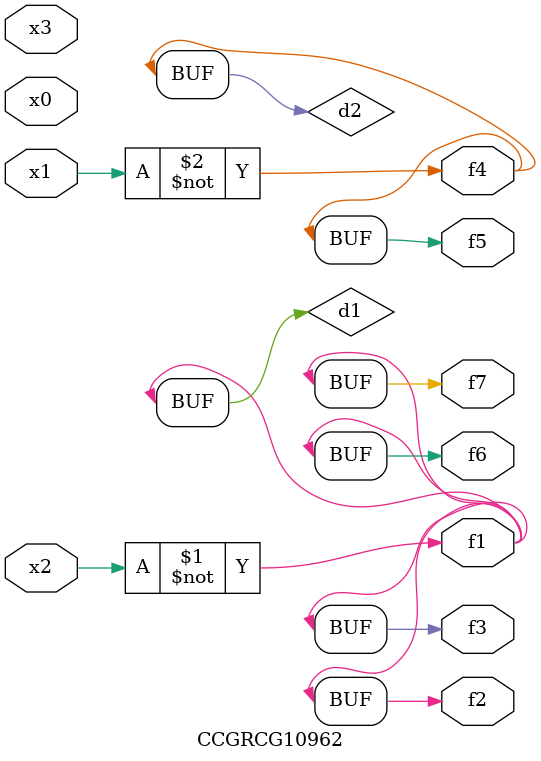
<source format=v>
module CCGRCG10962(
	input x0, x1, x2, x3,
	output f1, f2, f3, f4, f5, f6, f7
);

	wire d1, d2;

	xnor (d1, x2);
	not (d2, x1);
	assign f1 = d1;
	assign f2 = d1;
	assign f3 = d1;
	assign f4 = d2;
	assign f5 = d2;
	assign f6 = d1;
	assign f7 = d1;
endmodule

</source>
